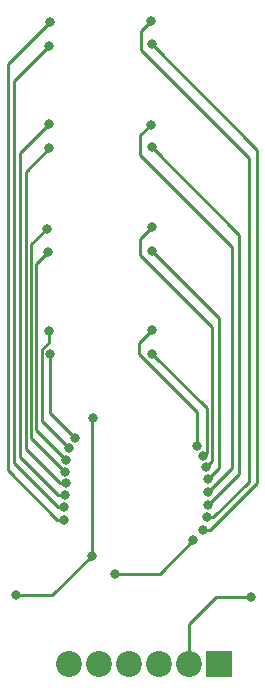
<source format=gbl>
%TF.GenerationSoftware,KiCad,Pcbnew,(5.1.12)-1*%
%TF.CreationDate,2022-08-18T11:36:15-07:00*%
%TF.ProjectId,HighPressureSensorArray,48696768-5072-4657-9373-75726553656e,rev?*%
%TF.SameCoordinates,Original*%
%TF.FileFunction,Copper,L2,Bot*%
%TF.FilePolarity,Positive*%
%FSLAX46Y46*%
G04 Gerber Fmt 4.6, Leading zero omitted, Abs format (unit mm)*
G04 Created by KiCad (PCBNEW (5.1.12)-1) date 2022-08-18 11:36:15*
%MOMM*%
%LPD*%
G01*
G04 APERTURE LIST*
%TA.AperFunction,ComponentPad*%
%ADD10R,2.200000X2.200000*%
%TD*%
%TA.AperFunction,ComponentPad*%
%ADD11C,2.200000*%
%TD*%
%TA.AperFunction,ViaPad*%
%ADD12C,0.800000*%
%TD*%
%TA.AperFunction,Conductor*%
%ADD13C,0.250000*%
%TD*%
G04 APERTURE END LIST*
D10*
X137300000Y-94200000D03*
D11*
X134760000Y-94200000D03*
X132220000Y-94200000D03*
X129680000Y-94200000D03*
X127140000Y-94200000D03*
X124600000Y-94200000D03*
D12*
X135075014Y-83690823D03*
X128500000Y-86500000D03*
X140025000Y-88475000D03*
X126500000Y-84999992D03*
X120075000Y-88325000D03*
X126600000Y-73300000D03*
X135957465Y-76531326D03*
X131607115Y-67907115D03*
X135404961Y-75697802D03*
X131600000Y-65900000D03*
X136366985Y-78488605D03*
X131599998Y-59200000D03*
X136143606Y-77513861D03*
X131600000Y-57200000D03*
X136335351Y-80736365D03*
X131600000Y-50400000D03*
X136336190Y-79586190D03*
X131500000Y-48500000D03*
X135957015Y-82847552D03*
X131600004Y-41700000D03*
X136249994Y-81750000D03*
X131500000Y-39700000D03*
X124192304Y-80895655D03*
X122899996Y-41800000D03*
X124171929Y-81941350D03*
X123000000Y-39800000D03*
X124356250Y-78855314D03*
X122900000Y-50500000D03*
X124217049Y-79845590D03*
X122900000Y-48400000D03*
X124334858Y-76867717D03*
X122800000Y-59299998D03*
X124234774Y-77862708D03*
X122700000Y-57300000D03*
X125122606Y-75066477D03*
X123000000Y-67900000D03*
X124560360Y-75893462D03*
X122900000Y-66000000D03*
D13*
X135075014Y-83690823D02*
X132265837Y-86500000D01*
X132265837Y-86500000D02*
X128500000Y-86500000D01*
X123174992Y-88325000D02*
X126500000Y-84999992D01*
X120075000Y-88325000D02*
X123174992Y-88325000D01*
X126500000Y-73400000D02*
X126600000Y-73300000D01*
X126500000Y-84999992D02*
X126500000Y-73400000D01*
X134760000Y-90740000D02*
X134760000Y-94200000D01*
X137025000Y-88475000D02*
X134760000Y-90740000D01*
X140025000Y-88475000D02*
X137025000Y-88475000D01*
X136225001Y-72525001D02*
X131607115Y-67907115D01*
X136225001Y-76263790D02*
X136225001Y-72525001D01*
X135957465Y-76531326D02*
X136225001Y-76263790D01*
X130500001Y-66999999D02*
X131600000Y-65900000D01*
X130500001Y-67900001D02*
X130500001Y-66999999D01*
X135404961Y-72804961D02*
X130500001Y-67900001D01*
X135404961Y-75697802D02*
X135404961Y-72804961D01*
X136366985Y-78488605D02*
X137300000Y-77555590D01*
X137300000Y-77555590D02*
X137300000Y-64900002D01*
X137300000Y-64900002D02*
X131599998Y-59200000D01*
X130600000Y-58200000D02*
X131600000Y-57200000D01*
X130600000Y-59500000D02*
X130600000Y-58200000D01*
X136700000Y-65600000D02*
X130600000Y-59500000D01*
X136700000Y-76957467D02*
X136700000Y-65600000D01*
X136143606Y-77513861D02*
X136700000Y-76957467D01*
X136335351Y-80736365D02*
X139000000Y-78071716D01*
X139000000Y-57800000D02*
X131600000Y-50400000D01*
X139000000Y-78071716D02*
X139000000Y-57800000D01*
X130600000Y-49400000D02*
X131500000Y-48500000D01*
X138374054Y-58874054D02*
X130600000Y-51100000D01*
X130600000Y-51100000D02*
X130600000Y-49400000D01*
X138374054Y-77548326D02*
X138374054Y-58874054D01*
X136336190Y-79586190D02*
X138374054Y-77548326D01*
X140499999Y-50599995D02*
X131600004Y-41700000D01*
X135957015Y-82847552D02*
X136522700Y-82847552D01*
X136522700Y-82847552D02*
X140499999Y-78870253D01*
X140499999Y-78870253D02*
X140499999Y-50599995D01*
X139799999Y-78765680D02*
X139799999Y-51299999D01*
X139799999Y-51299999D02*
X130674998Y-42174998D01*
X136249994Y-81750000D02*
X136815679Y-81750000D01*
X136815679Y-81750000D02*
X139799999Y-78765680D01*
X130674998Y-42174998D02*
X130674998Y-40525002D01*
X130674998Y-40525002D02*
X131500000Y-39700000D01*
X119900000Y-44799996D02*
X122899996Y-41800000D01*
X119900000Y-77169036D02*
X119900000Y-44799996D01*
X123626619Y-80895655D02*
X119900000Y-77169036D01*
X124192304Y-80895655D02*
X123626619Y-80895655D01*
X119400000Y-43400000D02*
X123000000Y-39800000D01*
X119400000Y-77735106D02*
X119400000Y-43400000D01*
X123606244Y-81941350D02*
X119400000Y-77735106D01*
X124171929Y-81941350D02*
X123606244Y-81941350D01*
X120900000Y-52500000D02*
X122900000Y-50500000D01*
X124356250Y-78855314D02*
X123790565Y-78855314D01*
X123790565Y-78855314D02*
X120900000Y-75964749D01*
X120900000Y-75964749D02*
X120900000Y-52500000D01*
X120400000Y-50900000D02*
X122900000Y-48400000D01*
X120400000Y-76594226D02*
X120400000Y-50900000D01*
X123651364Y-79845590D02*
X120400000Y-76594226D01*
X124217049Y-79845590D02*
X123651364Y-79845590D01*
X121824987Y-74357846D02*
X121824987Y-60275011D01*
X121824987Y-60275011D02*
X122800000Y-59299998D01*
X124334858Y-76867717D02*
X121824987Y-74357846D01*
X124234774Y-77862708D02*
X121374976Y-75002910D01*
X121374976Y-75002910D02*
X121374976Y-58625024D01*
X121374976Y-58625024D02*
X122700000Y-57300000D01*
X125122606Y-75066477D02*
X123000000Y-72943871D01*
X123000000Y-72943871D02*
X123000000Y-67900000D01*
X124560360Y-75893462D02*
X122274998Y-73608100D01*
X122274998Y-73608100D02*
X122274998Y-67551998D01*
X122900000Y-66926996D02*
X122900000Y-66000000D01*
X122274998Y-67551998D02*
X122900000Y-66926996D01*
M02*

</source>
